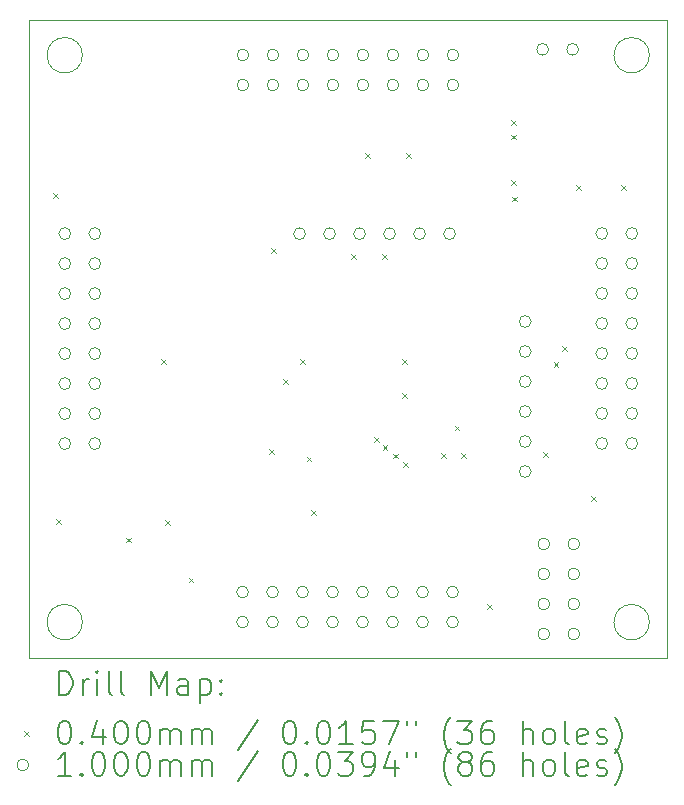
<source format=gbr>
%TF.GenerationSoftware,KiCad,Pcbnew,6.0.11+dfsg-1~bpo11+1*%
%TF.CreationDate,2023-07-05T16:27:57+02:00*%
%TF.ProjectId,dvert_21,64766572-745f-4323-912e-6b696361645f,rev?*%
%TF.SameCoordinates,Original*%
%TF.FileFunction,Drillmap*%
%TF.FilePolarity,Positive*%
%FSLAX45Y45*%
G04 Gerber Fmt 4.5, Leading zero omitted, Abs format (unit mm)*
G04 Created by KiCad (PCBNEW 6.0.11+dfsg-1~bpo11+1) date 2023-07-05 16:27:57*
%MOMM*%
%LPD*%
G01*
G04 APERTURE LIST*
%ADD10C,0.100000*%
%ADD11C,0.200000*%
%ADD12C,0.040000*%
G04 APERTURE END LIST*
D10*
X12050000Y-6900000D02*
G75*
G03*
X12050000Y-6900000I-150000J0D01*
G01*
X11600000Y-12000000D02*
X17000000Y-12000000D01*
X17000000Y-12000000D02*
X17000000Y-6600000D01*
X17000000Y-6600000D02*
X11600000Y-6600000D01*
X11600000Y-6600000D02*
X11600000Y-12000000D01*
X16850000Y-11700000D02*
G75*
G03*
X16850000Y-11700000I-150000J0D01*
G01*
X16850000Y-6900000D02*
G75*
G03*
X16850000Y-6900000I-150000J0D01*
G01*
X12050000Y-11700000D02*
G75*
G03*
X12050000Y-11700000I-150000J0D01*
G01*
D11*
D12*
X11800000Y-8066000D02*
X11840000Y-8106000D01*
X11840000Y-8066000D02*
X11800000Y-8106000D01*
X11830000Y-10828000D02*
X11870000Y-10868000D01*
X11870000Y-10828000D02*
X11830000Y-10868000D01*
X12419000Y-10985000D02*
X12459000Y-11025000D01*
X12459000Y-10985000D02*
X12419000Y-11025000D01*
X12715000Y-9475000D02*
X12755000Y-9515000D01*
X12755000Y-9475000D02*
X12715000Y-9515000D01*
X12751000Y-10837000D02*
X12791000Y-10877000D01*
X12791000Y-10837000D02*
X12751000Y-10877000D01*
X12950000Y-11323000D02*
X12990000Y-11363000D01*
X12990000Y-11323000D02*
X12950000Y-11363000D01*
X13630000Y-10233000D02*
X13670000Y-10273000D01*
X13670000Y-10233000D02*
X13630000Y-10273000D01*
X13647000Y-8535000D02*
X13687000Y-8575000D01*
X13687000Y-8535000D02*
X13647000Y-8575000D01*
X13750000Y-9645000D02*
X13790000Y-9685000D01*
X13790000Y-9645000D02*
X13750000Y-9685000D01*
X13892000Y-9475000D02*
X13932000Y-9515000D01*
X13932000Y-9475000D02*
X13892000Y-9515000D01*
X13949000Y-10299000D02*
X13989000Y-10339000D01*
X13989000Y-10299000D02*
X13949000Y-10339000D01*
X13984000Y-10752000D02*
X14024000Y-10792000D01*
X14024000Y-10752000D02*
X13984000Y-10792000D01*
X14325000Y-8582000D02*
X14365000Y-8622000D01*
X14365000Y-8582000D02*
X14325000Y-8622000D01*
X14442000Y-7726000D02*
X14482000Y-7766000D01*
X14482000Y-7726000D02*
X14442000Y-7766000D01*
X14518837Y-10131844D02*
X14558837Y-10171844D01*
X14558837Y-10131844D02*
X14518837Y-10171844D01*
X14585000Y-8584000D02*
X14625000Y-8624000D01*
X14625000Y-8584000D02*
X14585000Y-8624000D01*
X14591000Y-10201000D02*
X14631000Y-10241000D01*
X14631000Y-10201000D02*
X14591000Y-10241000D01*
X14683000Y-10274000D02*
X14723000Y-10314000D01*
X14723000Y-10274000D02*
X14683000Y-10314000D01*
X14755000Y-9475000D02*
X14795000Y-9515000D01*
X14795000Y-9475000D02*
X14755000Y-9515000D01*
X14759000Y-9761000D02*
X14799000Y-9801000D01*
X14799000Y-9761000D02*
X14759000Y-9801000D01*
X14766000Y-10347000D02*
X14806000Y-10387000D01*
X14806000Y-10347000D02*
X14766000Y-10387000D01*
X14790000Y-7727000D02*
X14830000Y-7767000D01*
X14830000Y-7727000D02*
X14790000Y-7767000D01*
X15085000Y-10266000D02*
X15125000Y-10306000D01*
X15125000Y-10266000D02*
X15085000Y-10306000D01*
X15202000Y-10037000D02*
X15242000Y-10077000D01*
X15242000Y-10037000D02*
X15202000Y-10077000D01*
X15254000Y-10267000D02*
X15294000Y-10307000D01*
X15294000Y-10267000D02*
X15254000Y-10307000D01*
X15474000Y-11546000D02*
X15514000Y-11586000D01*
X15514000Y-11546000D02*
X15474000Y-11586000D01*
X15677000Y-7573000D02*
X15717000Y-7613000D01*
X15717000Y-7573000D02*
X15677000Y-7613000D01*
X15677000Y-7955000D02*
X15717000Y-7995000D01*
X15717000Y-7955000D02*
X15677000Y-7995000D01*
X15678000Y-7447000D02*
X15718000Y-7487000D01*
X15718000Y-7447000D02*
X15678000Y-7487000D01*
X15686000Y-8097000D02*
X15726000Y-8137000D01*
X15726000Y-8097000D02*
X15686000Y-8137000D01*
X15948000Y-10263000D02*
X15988000Y-10303000D01*
X15988000Y-10263000D02*
X15948000Y-10303000D01*
X16040450Y-9499000D02*
X16080450Y-9539000D01*
X16080450Y-9499000D02*
X16040450Y-9539000D01*
X16112050Y-9360000D02*
X16152050Y-9400000D01*
X16152050Y-9360000D02*
X16112050Y-9400000D01*
X16231000Y-7997000D02*
X16271000Y-8037000D01*
X16271000Y-7997000D02*
X16231000Y-8037000D01*
X16355000Y-10635000D02*
X16395000Y-10675000D01*
X16395000Y-10635000D02*
X16355000Y-10675000D01*
X16608000Y-7998000D02*
X16648000Y-8038000D01*
X16648000Y-7998000D02*
X16608000Y-8038000D01*
D10*
X11951000Y-8410000D02*
G75*
G03*
X11951000Y-8410000I-50000J0D01*
G01*
X11951000Y-8664000D02*
G75*
G03*
X11951000Y-8664000I-50000J0D01*
G01*
X11951000Y-8918000D02*
G75*
G03*
X11951000Y-8918000I-50000J0D01*
G01*
X11951000Y-9172000D02*
G75*
G03*
X11951000Y-9172000I-50000J0D01*
G01*
X11951000Y-9426000D02*
G75*
G03*
X11951000Y-9426000I-50000J0D01*
G01*
X11951000Y-9680000D02*
G75*
G03*
X11951000Y-9680000I-50000J0D01*
G01*
X11951000Y-9934000D02*
G75*
G03*
X11951000Y-9934000I-50000J0D01*
G01*
X11951000Y-10188000D02*
G75*
G03*
X11951000Y-10188000I-50000J0D01*
G01*
X12205000Y-8410000D02*
G75*
G03*
X12205000Y-8410000I-50000J0D01*
G01*
X12205000Y-8664000D02*
G75*
G03*
X12205000Y-8664000I-50000J0D01*
G01*
X12205000Y-8918000D02*
G75*
G03*
X12205000Y-8918000I-50000J0D01*
G01*
X12205000Y-9172000D02*
G75*
G03*
X12205000Y-9172000I-50000J0D01*
G01*
X12205000Y-9426000D02*
G75*
G03*
X12205000Y-9426000I-50000J0D01*
G01*
X12205000Y-9680000D02*
G75*
G03*
X12205000Y-9680000I-50000J0D01*
G01*
X12205000Y-9934000D02*
G75*
G03*
X12205000Y-9934000I-50000J0D01*
G01*
X12205000Y-10188000D02*
G75*
G03*
X12205000Y-10188000I-50000J0D01*
G01*
X13456000Y-11445250D02*
G75*
G03*
X13456000Y-11445250I-50000J0D01*
G01*
X13456000Y-11699250D02*
G75*
G03*
X13456000Y-11699250I-50000J0D01*
G01*
X13459000Y-6898000D02*
G75*
G03*
X13459000Y-6898000I-50000J0D01*
G01*
X13459000Y-7152000D02*
G75*
G03*
X13459000Y-7152000I-50000J0D01*
G01*
X13710000Y-11445250D02*
G75*
G03*
X13710000Y-11445250I-50000J0D01*
G01*
X13710000Y-11699250D02*
G75*
G03*
X13710000Y-11699250I-50000J0D01*
G01*
X13713000Y-6898000D02*
G75*
G03*
X13713000Y-6898000I-50000J0D01*
G01*
X13713000Y-7152000D02*
G75*
G03*
X13713000Y-7152000I-50000J0D01*
G01*
X13938500Y-8411500D02*
G75*
G03*
X13938500Y-8411500I-50000J0D01*
G01*
X13964000Y-11445250D02*
G75*
G03*
X13964000Y-11445250I-50000J0D01*
G01*
X13964000Y-11699250D02*
G75*
G03*
X13964000Y-11699250I-50000J0D01*
G01*
X13967000Y-6898000D02*
G75*
G03*
X13967000Y-6898000I-50000J0D01*
G01*
X13967000Y-7152000D02*
G75*
G03*
X13967000Y-7152000I-50000J0D01*
G01*
X14192500Y-8411500D02*
G75*
G03*
X14192500Y-8411500I-50000J0D01*
G01*
X14218000Y-11445250D02*
G75*
G03*
X14218000Y-11445250I-50000J0D01*
G01*
X14218000Y-11699250D02*
G75*
G03*
X14218000Y-11699250I-50000J0D01*
G01*
X14221000Y-6898000D02*
G75*
G03*
X14221000Y-6898000I-50000J0D01*
G01*
X14221000Y-7152000D02*
G75*
G03*
X14221000Y-7152000I-50000J0D01*
G01*
X14446500Y-8411500D02*
G75*
G03*
X14446500Y-8411500I-50000J0D01*
G01*
X14472000Y-11445250D02*
G75*
G03*
X14472000Y-11445250I-50000J0D01*
G01*
X14472000Y-11699250D02*
G75*
G03*
X14472000Y-11699250I-50000J0D01*
G01*
X14475000Y-6898000D02*
G75*
G03*
X14475000Y-6898000I-50000J0D01*
G01*
X14475000Y-7152000D02*
G75*
G03*
X14475000Y-7152000I-50000J0D01*
G01*
X14700500Y-8411500D02*
G75*
G03*
X14700500Y-8411500I-50000J0D01*
G01*
X14726000Y-11445250D02*
G75*
G03*
X14726000Y-11445250I-50000J0D01*
G01*
X14726000Y-11699250D02*
G75*
G03*
X14726000Y-11699250I-50000J0D01*
G01*
X14729000Y-6898000D02*
G75*
G03*
X14729000Y-6898000I-50000J0D01*
G01*
X14729000Y-7152000D02*
G75*
G03*
X14729000Y-7152000I-50000J0D01*
G01*
X14954500Y-8411500D02*
G75*
G03*
X14954500Y-8411500I-50000J0D01*
G01*
X14980000Y-11445250D02*
G75*
G03*
X14980000Y-11445250I-50000J0D01*
G01*
X14980000Y-11699250D02*
G75*
G03*
X14980000Y-11699250I-50000J0D01*
G01*
X14983000Y-6898000D02*
G75*
G03*
X14983000Y-6898000I-50000J0D01*
G01*
X14983000Y-7152000D02*
G75*
G03*
X14983000Y-7152000I-50000J0D01*
G01*
X15208500Y-8411500D02*
G75*
G03*
X15208500Y-8411500I-50000J0D01*
G01*
X15234000Y-11445250D02*
G75*
G03*
X15234000Y-11445250I-50000J0D01*
G01*
X15234000Y-11699250D02*
G75*
G03*
X15234000Y-11699250I-50000J0D01*
G01*
X15237000Y-6898000D02*
G75*
G03*
X15237000Y-6898000I-50000J0D01*
G01*
X15237000Y-7152000D02*
G75*
G03*
X15237000Y-7152000I-50000J0D01*
G01*
X15848500Y-9154500D02*
G75*
G03*
X15848500Y-9154500I-50000J0D01*
G01*
X15848500Y-9408500D02*
G75*
G03*
X15848500Y-9408500I-50000J0D01*
G01*
X15848500Y-9662500D02*
G75*
G03*
X15848500Y-9662500I-50000J0D01*
G01*
X15848500Y-9916500D02*
G75*
G03*
X15848500Y-9916500I-50000J0D01*
G01*
X15848500Y-10170500D02*
G75*
G03*
X15848500Y-10170500I-50000J0D01*
G01*
X15848500Y-10424500D02*
G75*
G03*
X15848500Y-10424500I-50000J0D01*
G01*
X15996000Y-6850000D02*
G75*
G03*
X15996000Y-6850000I-50000J0D01*
G01*
X16006000Y-11038000D02*
G75*
G03*
X16006000Y-11038000I-50000J0D01*
G01*
X16006000Y-11292000D02*
G75*
G03*
X16006000Y-11292000I-50000J0D01*
G01*
X16006000Y-11546000D02*
G75*
G03*
X16006000Y-11546000I-50000J0D01*
G01*
X16006000Y-11800000D02*
G75*
G03*
X16006000Y-11800000I-50000J0D01*
G01*
X16250000Y-6850000D02*
G75*
G03*
X16250000Y-6850000I-50000J0D01*
G01*
X16260000Y-11038000D02*
G75*
G03*
X16260000Y-11038000I-50000J0D01*
G01*
X16260000Y-11292000D02*
G75*
G03*
X16260000Y-11292000I-50000J0D01*
G01*
X16260000Y-11546000D02*
G75*
G03*
X16260000Y-11546000I-50000J0D01*
G01*
X16260000Y-11800000D02*
G75*
G03*
X16260000Y-11800000I-50000J0D01*
G01*
X16497000Y-8409000D02*
G75*
G03*
X16497000Y-8409000I-50000J0D01*
G01*
X16497000Y-8663000D02*
G75*
G03*
X16497000Y-8663000I-50000J0D01*
G01*
X16497000Y-8917000D02*
G75*
G03*
X16497000Y-8917000I-50000J0D01*
G01*
X16497000Y-9171000D02*
G75*
G03*
X16497000Y-9171000I-50000J0D01*
G01*
X16497000Y-9425000D02*
G75*
G03*
X16497000Y-9425000I-50000J0D01*
G01*
X16497000Y-9679000D02*
G75*
G03*
X16497000Y-9679000I-50000J0D01*
G01*
X16497000Y-9933000D02*
G75*
G03*
X16497000Y-9933000I-50000J0D01*
G01*
X16497000Y-10187000D02*
G75*
G03*
X16497000Y-10187000I-50000J0D01*
G01*
X16751000Y-8409000D02*
G75*
G03*
X16751000Y-8409000I-50000J0D01*
G01*
X16751000Y-8663000D02*
G75*
G03*
X16751000Y-8663000I-50000J0D01*
G01*
X16751000Y-8917000D02*
G75*
G03*
X16751000Y-8917000I-50000J0D01*
G01*
X16751000Y-9171000D02*
G75*
G03*
X16751000Y-9171000I-50000J0D01*
G01*
X16751000Y-9425000D02*
G75*
G03*
X16751000Y-9425000I-50000J0D01*
G01*
X16751000Y-9679000D02*
G75*
G03*
X16751000Y-9679000I-50000J0D01*
G01*
X16751000Y-9933000D02*
G75*
G03*
X16751000Y-9933000I-50000J0D01*
G01*
X16751000Y-10187000D02*
G75*
G03*
X16751000Y-10187000I-50000J0D01*
G01*
D11*
X11852619Y-12315476D02*
X11852619Y-12115476D01*
X11900238Y-12115476D01*
X11928809Y-12125000D01*
X11947857Y-12144048D01*
X11957381Y-12163095D01*
X11966905Y-12201190D01*
X11966905Y-12229762D01*
X11957381Y-12267857D01*
X11947857Y-12286905D01*
X11928809Y-12305952D01*
X11900238Y-12315476D01*
X11852619Y-12315476D01*
X12052619Y-12315476D02*
X12052619Y-12182143D01*
X12052619Y-12220238D02*
X12062143Y-12201190D01*
X12071667Y-12191667D01*
X12090714Y-12182143D01*
X12109762Y-12182143D01*
X12176428Y-12315476D02*
X12176428Y-12182143D01*
X12176428Y-12115476D02*
X12166905Y-12125000D01*
X12176428Y-12134524D01*
X12185952Y-12125000D01*
X12176428Y-12115476D01*
X12176428Y-12134524D01*
X12300238Y-12315476D02*
X12281190Y-12305952D01*
X12271667Y-12286905D01*
X12271667Y-12115476D01*
X12405000Y-12315476D02*
X12385952Y-12305952D01*
X12376428Y-12286905D01*
X12376428Y-12115476D01*
X12633571Y-12315476D02*
X12633571Y-12115476D01*
X12700238Y-12258333D01*
X12766905Y-12115476D01*
X12766905Y-12315476D01*
X12947857Y-12315476D02*
X12947857Y-12210714D01*
X12938333Y-12191667D01*
X12919286Y-12182143D01*
X12881190Y-12182143D01*
X12862143Y-12191667D01*
X12947857Y-12305952D02*
X12928809Y-12315476D01*
X12881190Y-12315476D01*
X12862143Y-12305952D01*
X12852619Y-12286905D01*
X12852619Y-12267857D01*
X12862143Y-12248809D01*
X12881190Y-12239286D01*
X12928809Y-12239286D01*
X12947857Y-12229762D01*
X13043095Y-12182143D02*
X13043095Y-12382143D01*
X13043095Y-12191667D02*
X13062143Y-12182143D01*
X13100238Y-12182143D01*
X13119286Y-12191667D01*
X13128809Y-12201190D01*
X13138333Y-12220238D01*
X13138333Y-12277381D01*
X13128809Y-12296428D01*
X13119286Y-12305952D01*
X13100238Y-12315476D01*
X13062143Y-12315476D01*
X13043095Y-12305952D01*
X13224048Y-12296428D02*
X13233571Y-12305952D01*
X13224048Y-12315476D01*
X13214524Y-12305952D01*
X13224048Y-12296428D01*
X13224048Y-12315476D01*
X13224048Y-12191667D02*
X13233571Y-12201190D01*
X13224048Y-12210714D01*
X13214524Y-12201190D01*
X13224048Y-12191667D01*
X13224048Y-12210714D01*
D12*
X11555000Y-12625000D02*
X11595000Y-12665000D01*
X11595000Y-12625000D02*
X11555000Y-12665000D01*
D11*
X11890714Y-12535476D02*
X11909762Y-12535476D01*
X11928809Y-12545000D01*
X11938333Y-12554524D01*
X11947857Y-12573571D01*
X11957381Y-12611667D01*
X11957381Y-12659286D01*
X11947857Y-12697381D01*
X11938333Y-12716428D01*
X11928809Y-12725952D01*
X11909762Y-12735476D01*
X11890714Y-12735476D01*
X11871667Y-12725952D01*
X11862143Y-12716428D01*
X11852619Y-12697381D01*
X11843095Y-12659286D01*
X11843095Y-12611667D01*
X11852619Y-12573571D01*
X11862143Y-12554524D01*
X11871667Y-12545000D01*
X11890714Y-12535476D01*
X12043095Y-12716428D02*
X12052619Y-12725952D01*
X12043095Y-12735476D01*
X12033571Y-12725952D01*
X12043095Y-12716428D01*
X12043095Y-12735476D01*
X12224048Y-12602143D02*
X12224048Y-12735476D01*
X12176428Y-12525952D02*
X12128809Y-12668809D01*
X12252619Y-12668809D01*
X12366905Y-12535476D02*
X12385952Y-12535476D01*
X12405000Y-12545000D01*
X12414524Y-12554524D01*
X12424048Y-12573571D01*
X12433571Y-12611667D01*
X12433571Y-12659286D01*
X12424048Y-12697381D01*
X12414524Y-12716428D01*
X12405000Y-12725952D01*
X12385952Y-12735476D01*
X12366905Y-12735476D01*
X12347857Y-12725952D01*
X12338333Y-12716428D01*
X12328809Y-12697381D01*
X12319286Y-12659286D01*
X12319286Y-12611667D01*
X12328809Y-12573571D01*
X12338333Y-12554524D01*
X12347857Y-12545000D01*
X12366905Y-12535476D01*
X12557381Y-12535476D02*
X12576428Y-12535476D01*
X12595476Y-12545000D01*
X12605000Y-12554524D01*
X12614524Y-12573571D01*
X12624048Y-12611667D01*
X12624048Y-12659286D01*
X12614524Y-12697381D01*
X12605000Y-12716428D01*
X12595476Y-12725952D01*
X12576428Y-12735476D01*
X12557381Y-12735476D01*
X12538333Y-12725952D01*
X12528809Y-12716428D01*
X12519286Y-12697381D01*
X12509762Y-12659286D01*
X12509762Y-12611667D01*
X12519286Y-12573571D01*
X12528809Y-12554524D01*
X12538333Y-12545000D01*
X12557381Y-12535476D01*
X12709762Y-12735476D02*
X12709762Y-12602143D01*
X12709762Y-12621190D02*
X12719286Y-12611667D01*
X12738333Y-12602143D01*
X12766905Y-12602143D01*
X12785952Y-12611667D01*
X12795476Y-12630714D01*
X12795476Y-12735476D01*
X12795476Y-12630714D02*
X12805000Y-12611667D01*
X12824048Y-12602143D01*
X12852619Y-12602143D01*
X12871667Y-12611667D01*
X12881190Y-12630714D01*
X12881190Y-12735476D01*
X12976428Y-12735476D02*
X12976428Y-12602143D01*
X12976428Y-12621190D02*
X12985952Y-12611667D01*
X13005000Y-12602143D01*
X13033571Y-12602143D01*
X13052619Y-12611667D01*
X13062143Y-12630714D01*
X13062143Y-12735476D01*
X13062143Y-12630714D02*
X13071667Y-12611667D01*
X13090714Y-12602143D01*
X13119286Y-12602143D01*
X13138333Y-12611667D01*
X13147857Y-12630714D01*
X13147857Y-12735476D01*
X13538333Y-12525952D02*
X13366905Y-12783095D01*
X13795476Y-12535476D02*
X13814524Y-12535476D01*
X13833571Y-12545000D01*
X13843095Y-12554524D01*
X13852619Y-12573571D01*
X13862143Y-12611667D01*
X13862143Y-12659286D01*
X13852619Y-12697381D01*
X13843095Y-12716428D01*
X13833571Y-12725952D01*
X13814524Y-12735476D01*
X13795476Y-12735476D01*
X13776428Y-12725952D01*
X13766905Y-12716428D01*
X13757381Y-12697381D01*
X13747857Y-12659286D01*
X13747857Y-12611667D01*
X13757381Y-12573571D01*
X13766905Y-12554524D01*
X13776428Y-12545000D01*
X13795476Y-12535476D01*
X13947857Y-12716428D02*
X13957381Y-12725952D01*
X13947857Y-12735476D01*
X13938333Y-12725952D01*
X13947857Y-12716428D01*
X13947857Y-12735476D01*
X14081190Y-12535476D02*
X14100238Y-12535476D01*
X14119286Y-12545000D01*
X14128809Y-12554524D01*
X14138333Y-12573571D01*
X14147857Y-12611667D01*
X14147857Y-12659286D01*
X14138333Y-12697381D01*
X14128809Y-12716428D01*
X14119286Y-12725952D01*
X14100238Y-12735476D01*
X14081190Y-12735476D01*
X14062143Y-12725952D01*
X14052619Y-12716428D01*
X14043095Y-12697381D01*
X14033571Y-12659286D01*
X14033571Y-12611667D01*
X14043095Y-12573571D01*
X14052619Y-12554524D01*
X14062143Y-12545000D01*
X14081190Y-12535476D01*
X14338333Y-12735476D02*
X14224048Y-12735476D01*
X14281190Y-12735476D02*
X14281190Y-12535476D01*
X14262143Y-12564048D01*
X14243095Y-12583095D01*
X14224048Y-12592619D01*
X14519286Y-12535476D02*
X14424048Y-12535476D01*
X14414524Y-12630714D01*
X14424048Y-12621190D01*
X14443095Y-12611667D01*
X14490714Y-12611667D01*
X14509762Y-12621190D01*
X14519286Y-12630714D01*
X14528809Y-12649762D01*
X14528809Y-12697381D01*
X14519286Y-12716428D01*
X14509762Y-12725952D01*
X14490714Y-12735476D01*
X14443095Y-12735476D01*
X14424048Y-12725952D01*
X14414524Y-12716428D01*
X14595476Y-12535476D02*
X14728809Y-12535476D01*
X14643095Y-12735476D01*
X14795476Y-12535476D02*
X14795476Y-12573571D01*
X14871667Y-12535476D02*
X14871667Y-12573571D01*
X15166905Y-12811667D02*
X15157381Y-12802143D01*
X15138333Y-12773571D01*
X15128809Y-12754524D01*
X15119286Y-12725952D01*
X15109762Y-12678333D01*
X15109762Y-12640238D01*
X15119286Y-12592619D01*
X15128809Y-12564048D01*
X15138333Y-12545000D01*
X15157381Y-12516428D01*
X15166905Y-12506905D01*
X15224048Y-12535476D02*
X15347857Y-12535476D01*
X15281190Y-12611667D01*
X15309762Y-12611667D01*
X15328809Y-12621190D01*
X15338333Y-12630714D01*
X15347857Y-12649762D01*
X15347857Y-12697381D01*
X15338333Y-12716428D01*
X15328809Y-12725952D01*
X15309762Y-12735476D01*
X15252619Y-12735476D01*
X15233571Y-12725952D01*
X15224048Y-12716428D01*
X15519286Y-12535476D02*
X15481190Y-12535476D01*
X15462143Y-12545000D01*
X15452619Y-12554524D01*
X15433571Y-12583095D01*
X15424048Y-12621190D01*
X15424048Y-12697381D01*
X15433571Y-12716428D01*
X15443095Y-12725952D01*
X15462143Y-12735476D01*
X15500238Y-12735476D01*
X15519286Y-12725952D01*
X15528809Y-12716428D01*
X15538333Y-12697381D01*
X15538333Y-12649762D01*
X15528809Y-12630714D01*
X15519286Y-12621190D01*
X15500238Y-12611667D01*
X15462143Y-12611667D01*
X15443095Y-12621190D01*
X15433571Y-12630714D01*
X15424048Y-12649762D01*
X15776428Y-12735476D02*
X15776428Y-12535476D01*
X15862143Y-12735476D02*
X15862143Y-12630714D01*
X15852619Y-12611667D01*
X15833571Y-12602143D01*
X15805000Y-12602143D01*
X15785952Y-12611667D01*
X15776428Y-12621190D01*
X15985952Y-12735476D02*
X15966905Y-12725952D01*
X15957381Y-12716428D01*
X15947857Y-12697381D01*
X15947857Y-12640238D01*
X15957381Y-12621190D01*
X15966905Y-12611667D01*
X15985952Y-12602143D01*
X16014524Y-12602143D01*
X16033571Y-12611667D01*
X16043095Y-12621190D01*
X16052619Y-12640238D01*
X16052619Y-12697381D01*
X16043095Y-12716428D01*
X16033571Y-12725952D01*
X16014524Y-12735476D01*
X15985952Y-12735476D01*
X16166905Y-12735476D02*
X16147857Y-12725952D01*
X16138333Y-12706905D01*
X16138333Y-12535476D01*
X16319286Y-12725952D02*
X16300238Y-12735476D01*
X16262143Y-12735476D01*
X16243095Y-12725952D01*
X16233571Y-12706905D01*
X16233571Y-12630714D01*
X16243095Y-12611667D01*
X16262143Y-12602143D01*
X16300238Y-12602143D01*
X16319286Y-12611667D01*
X16328809Y-12630714D01*
X16328809Y-12649762D01*
X16233571Y-12668809D01*
X16405000Y-12725952D02*
X16424048Y-12735476D01*
X16462143Y-12735476D01*
X16481190Y-12725952D01*
X16490714Y-12706905D01*
X16490714Y-12697381D01*
X16481190Y-12678333D01*
X16462143Y-12668809D01*
X16433571Y-12668809D01*
X16414524Y-12659286D01*
X16405000Y-12640238D01*
X16405000Y-12630714D01*
X16414524Y-12611667D01*
X16433571Y-12602143D01*
X16462143Y-12602143D01*
X16481190Y-12611667D01*
X16557381Y-12811667D02*
X16566905Y-12802143D01*
X16585952Y-12773571D01*
X16595476Y-12754524D01*
X16605000Y-12725952D01*
X16614524Y-12678333D01*
X16614524Y-12640238D01*
X16605000Y-12592619D01*
X16595476Y-12564048D01*
X16585952Y-12545000D01*
X16566905Y-12516428D01*
X16557381Y-12506905D01*
D10*
X11595000Y-12909000D02*
G75*
G03*
X11595000Y-12909000I-50000J0D01*
G01*
D11*
X11957381Y-12999476D02*
X11843095Y-12999476D01*
X11900238Y-12999476D02*
X11900238Y-12799476D01*
X11881190Y-12828048D01*
X11862143Y-12847095D01*
X11843095Y-12856619D01*
X12043095Y-12980428D02*
X12052619Y-12989952D01*
X12043095Y-12999476D01*
X12033571Y-12989952D01*
X12043095Y-12980428D01*
X12043095Y-12999476D01*
X12176428Y-12799476D02*
X12195476Y-12799476D01*
X12214524Y-12809000D01*
X12224048Y-12818524D01*
X12233571Y-12837571D01*
X12243095Y-12875667D01*
X12243095Y-12923286D01*
X12233571Y-12961381D01*
X12224048Y-12980428D01*
X12214524Y-12989952D01*
X12195476Y-12999476D01*
X12176428Y-12999476D01*
X12157381Y-12989952D01*
X12147857Y-12980428D01*
X12138333Y-12961381D01*
X12128809Y-12923286D01*
X12128809Y-12875667D01*
X12138333Y-12837571D01*
X12147857Y-12818524D01*
X12157381Y-12809000D01*
X12176428Y-12799476D01*
X12366905Y-12799476D02*
X12385952Y-12799476D01*
X12405000Y-12809000D01*
X12414524Y-12818524D01*
X12424048Y-12837571D01*
X12433571Y-12875667D01*
X12433571Y-12923286D01*
X12424048Y-12961381D01*
X12414524Y-12980428D01*
X12405000Y-12989952D01*
X12385952Y-12999476D01*
X12366905Y-12999476D01*
X12347857Y-12989952D01*
X12338333Y-12980428D01*
X12328809Y-12961381D01*
X12319286Y-12923286D01*
X12319286Y-12875667D01*
X12328809Y-12837571D01*
X12338333Y-12818524D01*
X12347857Y-12809000D01*
X12366905Y-12799476D01*
X12557381Y-12799476D02*
X12576428Y-12799476D01*
X12595476Y-12809000D01*
X12605000Y-12818524D01*
X12614524Y-12837571D01*
X12624048Y-12875667D01*
X12624048Y-12923286D01*
X12614524Y-12961381D01*
X12605000Y-12980428D01*
X12595476Y-12989952D01*
X12576428Y-12999476D01*
X12557381Y-12999476D01*
X12538333Y-12989952D01*
X12528809Y-12980428D01*
X12519286Y-12961381D01*
X12509762Y-12923286D01*
X12509762Y-12875667D01*
X12519286Y-12837571D01*
X12528809Y-12818524D01*
X12538333Y-12809000D01*
X12557381Y-12799476D01*
X12709762Y-12999476D02*
X12709762Y-12866143D01*
X12709762Y-12885190D02*
X12719286Y-12875667D01*
X12738333Y-12866143D01*
X12766905Y-12866143D01*
X12785952Y-12875667D01*
X12795476Y-12894714D01*
X12795476Y-12999476D01*
X12795476Y-12894714D02*
X12805000Y-12875667D01*
X12824048Y-12866143D01*
X12852619Y-12866143D01*
X12871667Y-12875667D01*
X12881190Y-12894714D01*
X12881190Y-12999476D01*
X12976428Y-12999476D02*
X12976428Y-12866143D01*
X12976428Y-12885190D02*
X12985952Y-12875667D01*
X13005000Y-12866143D01*
X13033571Y-12866143D01*
X13052619Y-12875667D01*
X13062143Y-12894714D01*
X13062143Y-12999476D01*
X13062143Y-12894714D02*
X13071667Y-12875667D01*
X13090714Y-12866143D01*
X13119286Y-12866143D01*
X13138333Y-12875667D01*
X13147857Y-12894714D01*
X13147857Y-12999476D01*
X13538333Y-12789952D02*
X13366905Y-13047095D01*
X13795476Y-12799476D02*
X13814524Y-12799476D01*
X13833571Y-12809000D01*
X13843095Y-12818524D01*
X13852619Y-12837571D01*
X13862143Y-12875667D01*
X13862143Y-12923286D01*
X13852619Y-12961381D01*
X13843095Y-12980428D01*
X13833571Y-12989952D01*
X13814524Y-12999476D01*
X13795476Y-12999476D01*
X13776428Y-12989952D01*
X13766905Y-12980428D01*
X13757381Y-12961381D01*
X13747857Y-12923286D01*
X13747857Y-12875667D01*
X13757381Y-12837571D01*
X13766905Y-12818524D01*
X13776428Y-12809000D01*
X13795476Y-12799476D01*
X13947857Y-12980428D02*
X13957381Y-12989952D01*
X13947857Y-12999476D01*
X13938333Y-12989952D01*
X13947857Y-12980428D01*
X13947857Y-12999476D01*
X14081190Y-12799476D02*
X14100238Y-12799476D01*
X14119286Y-12809000D01*
X14128809Y-12818524D01*
X14138333Y-12837571D01*
X14147857Y-12875667D01*
X14147857Y-12923286D01*
X14138333Y-12961381D01*
X14128809Y-12980428D01*
X14119286Y-12989952D01*
X14100238Y-12999476D01*
X14081190Y-12999476D01*
X14062143Y-12989952D01*
X14052619Y-12980428D01*
X14043095Y-12961381D01*
X14033571Y-12923286D01*
X14033571Y-12875667D01*
X14043095Y-12837571D01*
X14052619Y-12818524D01*
X14062143Y-12809000D01*
X14081190Y-12799476D01*
X14214524Y-12799476D02*
X14338333Y-12799476D01*
X14271667Y-12875667D01*
X14300238Y-12875667D01*
X14319286Y-12885190D01*
X14328809Y-12894714D01*
X14338333Y-12913762D01*
X14338333Y-12961381D01*
X14328809Y-12980428D01*
X14319286Y-12989952D01*
X14300238Y-12999476D01*
X14243095Y-12999476D01*
X14224048Y-12989952D01*
X14214524Y-12980428D01*
X14433571Y-12999476D02*
X14471667Y-12999476D01*
X14490714Y-12989952D01*
X14500238Y-12980428D01*
X14519286Y-12951857D01*
X14528809Y-12913762D01*
X14528809Y-12837571D01*
X14519286Y-12818524D01*
X14509762Y-12809000D01*
X14490714Y-12799476D01*
X14452619Y-12799476D01*
X14433571Y-12809000D01*
X14424048Y-12818524D01*
X14414524Y-12837571D01*
X14414524Y-12885190D01*
X14424048Y-12904238D01*
X14433571Y-12913762D01*
X14452619Y-12923286D01*
X14490714Y-12923286D01*
X14509762Y-12913762D01*
X14519286Y-12904238D01*
X14528809Y-12885190D01*
X14700238Y-12866143D02*
X14700238Y-12999476D01*
X14652619Y-12789952D02*
X14605000Y-12932809D01*
X14728809Y-12932809D01*
X14795476Y-12799476D02*
X14795476Y-12837571D01*
X14871667Y-12799476D02*
X14871667Y-12837571D01*
X15166905Y-13075667D02*
X15157381Y-13066143D01*
X15138333Y-13037571D01*
X15128809Y-13018524D01*
X15119286Y-12989952D01*
X15109762Y-12942333D01*
X15109762Y-12904238D01*
X15119286Y-12856619D01*
X15128809Y-12828048D01*
X15138333Y-12809000D01*
X15157381Y-12780428D01*
X15166905Y-12770905D01*
X15271667Y-12885190D02*
X15252619Y-12875667D01*
X15243095Y-12866143D01*
X15233571Y-12847095D01*
X15233571Y-12837571D01*
X15243095Y-12818524D01*
X15252619Y-12809000D01*
X15271667Y-12799476D01*
X15309762Y-12799476D01*
X15328809Y-12809000D01*
X15338333Y-12818524D01*
X15347857Y-12837571D01*
X15347857Y-12847095D01*
X15338333Y-12866143D01*
X15328809Y-12875667D01*
X15309762Y-12885190D01*
X15271667Y-12885190D01*
X15252619Y-12894714D01*
X15243095Y-12904238D01*
X15233571Y-12923286D01*
X15233571Y-12961381D01*
X15243095Y-12980428D01*
X15252619Y-12989952D01*
X15271667Y-12999476D01*
X15309762Y-12999476D01*
X15328809Y-12989952D01*
X15338333Y-12980428D01*
X15347857Y-12961381D01*
X15347857Y-12923286D01*
X15338333Y-12904238D01*
X15328809Y-12894714D01*
X15309762Y-12885190D01*
X15519286Y-12799476D02*
X15481190Y-12799476D01*
X15462143Y-12809000D01*
X15452619Y-12818524D01*
X15433571Y-12847095D01*
X15424048Y-12885190D01*
X15424048Y-12961381D01*
X15433571Y-12980428D01*
X15443095Y-12989952D01*
X15462143Y-12999476D01*
X15500238Y-12999476D01*
X15519286Y-12989952D01*
X15528809Y-12980428D01*
X15538333Y-12961381D01*
X15538333Y-12913762D01*
X15528809Y-12894714D01*
X15519286Y-12885190D01*
X15500238Y-12875667D01*
X15462143Y-12875667D01*
X15443095Y-12885190D01*
X15433571Y-12894714D01*
X15424048Y-12913762D01*
X15776428Y-12999476D02*
X15776428Y-12799476D01*
X15862143Y-12999476D02*
X15862143Y-12894714D01*
X15852619Y-12875667D01*
X15833571Y-12866143D01*
X15805000Y-12866143D01*
X15785952Y-12875667D01*
X15776428Y-12885190D01*
X15985952Y-12999476D02*
X15966905Y-12989952D01*
X15957381Y-12980428D01*
X15947857Y-12961381D01*
X15947857Y-12904238D01*
X15957381Y-12885190D01*
X15966905Y-12875667D01*
X15985952Y-12866143D01*
X16014524Y-12866143D01*
X16033571Y-12875667D01*
X16043095Y-12885190D01*
X16052619Y-12904238D01*
X16052619Y-12961381D01*
X16043095Y-12980428D01*
X16033571Y-12989952D01*
X16014524Y-12999476D01*
X15985952Y-12999476D01*
X16166905Y-12999476D02*
X16147857Y-12989952D01*
X16138333Y-12970905D01*
X16138333Y-12799476D01*
X16319286Y-12989952D02*
X16300238Y-12999476D01*
X16262143Y-12999476D01*
X16243095Y-12989952D01*
X16233571Y-12970905D01*
X16233571Y-12894714D01*
X16243095Y-12875667D01*
X16262143Y-12866143D01*
X16300238Y-12866143D01*
X16319286Y-12875667D01*
X16328809Y-12894714D01*
X16328809Y-12913762D01*
X16233571Y-12932809D01*
X16405000Y-12989952D02*
X16424048Y-12999476D01*
X16462143Y-12999476D01*
X16481190Y-12989952D01*
X16490714Y-12970905D01*
X16490714Y-12961381D01*
X16481190Y-12942333D01*
X16462143Y-12932809D01*
X16433571Y-12932809D01*
X16414524Y-12923286D01*
X16405000Y-12904238D01*
X16405000Y-12894714D01*
X16414524Y-12875667D01*
X16433571Y-12866143D01*
X16462143Y-12866143D01*
X16481190Y-12875667D01*
X16557381Y-13075667D02*
X16566905Y-13066143D01*
X16585952Y-13037571D01*
X16595476Y-13018524D01*
X16605000Y-12989952D01*
X16614524Y-12942333D01*
X16614524Y-12904238D01*
X16605000Y-12856619D01*
X16595476Y-12828048D01*
X16585952Y-12809000D01*
X16566905Y-12780428D01*
X16557381Y-12770905D01*
M02*

</source>
